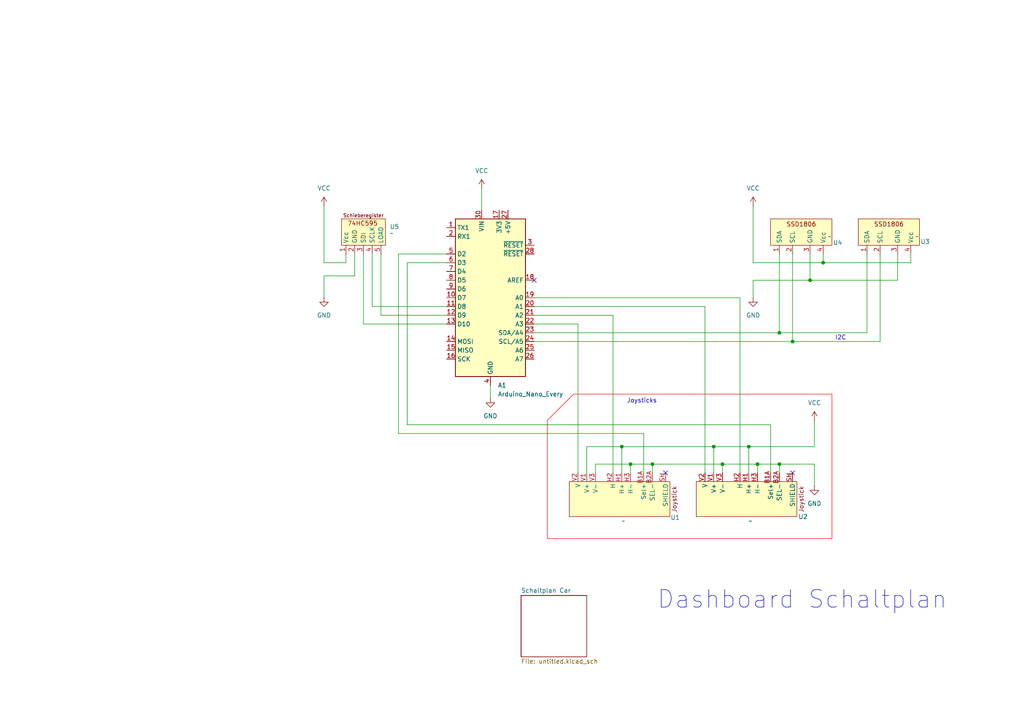
<source format=kicad_sch>
(kicad_sch (version 20250114) (generator "eeschema") (generator_version "9.0")
  (paper "A4")
  (lib_symbols
    (symbol "MCU_Module:Arduino_Nano_Every"
      (property "Reference" "A" (at -10.16 23.495 0))
      (property "Value" "Arduino_Nano_Every" (at 5.08 -24.13 0))
      (symbol "Arduino_Nano_Every_0_1"
        (rectangle (start -10.16 22.86) (end 10.16 -22.86) (stroke (width 0.254)) (fill (type background)))
      )
      (symbol "Arduino_Nano_Every_1_1"
        (pin bidirectional line (at -12.7 20.32 0) (length 2.54) (name "TX1") (number "1"))
        (pin bidirectional line (at -12.7 17.78 0) (length 2.54) (name "RX1") (number "2"))
        (pin bidirectional line (at -12.7 12.7 0) (length 2.54) (name "D2") (number "5"))
        (pin bidirectional line (at -12.7 10.16 0) (length 2.54) (name "D3") (number "6"))
        (pin bidirectional line (at -12.7 7.62 0) (length 2.54) (name "D4") (number "7"))
        (pin bidirectional line (at -12.7 5.08 0) (length 2.54) (name "D5") (number "8"))
        (pin bidirectional line (at -12.7 2.54 0) (length 2.54) (name "D6") (number "9"))
        (pin bidirectional line (at -12.7 0 0) (length 2.54) (name "D7") (number "10"))
        (pin bidirectional line (at -12.7 -2.54 0) (length 2.54) (name "D8") (number "11"))
        (pin bidirectional line (at -12.7 -5.08 0) (length 2.54) (name "D9") (number "12"))
        (pin bidirectional line (at -12.7 -7.62 0) (length 2.54) (name "D10") (number "13"))
        (pin bidirectional line (at -12.7 -12.7 0) (length 2.54) (name "MOSI") (number "14"))
        (pin bidirectional line (at -12.7 -15.24 0) (length 2.54) (name "MISO") (number "15"))
        (pin bidirectional line (at -12.7 -17.78 0) (length 2.54) (name "SCK") (number "16"))
        (pin power_in line (at -2.54 25.4 270) (length 2.54) (name "VIN") (number "30"))
        (pin passive line (at 0 -25.4 90) (length 2.54) (hide yes) (name "GND") (number "29"))
        (pin power_in line (at 0 -25.4 90) (length 2.54) (name "GND") (number "4"))
        (pin power_out line (at 2.54 25.4 270) (length 2.54) (name "3V3") (number "17"))
        (pin power_out line (at 5.08 25.4 270) (length 2.54) (name "+5V") (number "27"))
        (pin input line (at 12.7 15.24 180) (length 2.54) (name "~{RESET}") (number "3"))
        (pin input line (at 12.7 12.7 180) (length 2.54) (name "~{RESET}") (number "28"))
        (pin input line (at 12.7 5.08 180) (length 2.54) (name "AREF") (number "18"))
        (pin bidirectional line (at 12.7 0 180) (length 2.54) (name "A0") (number "19"))
        (pin bidirectional line (at 12.7 -2.54 180) (length 2.54) (name "A1") (number "20"))
        (pin bidirectional line (at 12.7 -5.08 180) (length 2.54) (name "A2") (number "21"))
        (pin bidirectional line (at 12.7 -7.62 180) (length 2.54) (name "A3") (number "22"))
        (pin bidirectional line (at 12.7 -10.16 180) (length 2.54) (name "SDA/A4") (number "23"))
        (pin bidirectional line (at 12.7 -12.7 180) (length 2.54) (name "SCL/A5") (number "24"))
        (pin bidirectional line (at 12.7 -15.24 180) (length 2.54) (name "A6") (number "25"))
        (pin bidirectional line (at 12.7 -17.78 180) (length 2.54) (name "A7") (number "26"))
      )
    )
    (symbol "SSD1806_1"
      (property "Reference" "U" (at 9.652 -3.048 0))
      (symbol "SSD1806_1_1_1"
        (rectangle (start -8.89 3.81) (end 8.89 -3.81) (fill (type background)))
        (text "SSD1806\n" (at 0 2.286 0) (effects (font (size 1.27 1.27))))
        (pin input line (at -6.35 -6.35 90) (length 2.54) (name "SDA") (number "1"))
        (pin input line (at -2.54 -6.35 90) (length 2.54) (name "SCL") (number "2"))
        (pin input line (at 2.54 -6.35 90) (length 2.54) (name "GND") (number "3"))
        (pin input line (at 6.35 -6.35 90) (length 2.54) (name "Vcc") (number "4"))
      )
    )
    (symbol "es_custom_symbols:74HC595"
      (property "Reference" "U" (at 7.112 -4.064 0))
      (symbol "74HC595_0_1"
        (rectangle (start 6.35 0) (end 6.35 0))
      )
      (symbol "74HC595_1_1"
        (rectangle (start -6.35 2.54) (end 6.35 -5.08) (fill (type background)))
        (text "74HC595" (at -0.254 1.27 0) (effects (font (size 1.27 1.27))))
        (text "Schieberegister" (at 0 3.556 0) (effects (font (size 1.016 1.016))))
        (pin input line (at -5.08 -7.62 90) (length 2.54) (name "Vcc") (number "1"))
        (pin input line (at -2.54 -7.62 90) (length 2.54) (name "GND") (number "2"))
        (pin input line (at 0 -7.62 90) (length 2.54) (name "SDI") (number "3"))
        (pin input line (at 2.54 -7.62 90) (length 2.54) (name "SCLK") (number "4"))
        (pin input line (at 5.08 -7.62 90) (length 2.54) (name "LOAD") (number "5"))
      )
    )
    (symbol "es_custom_symbols:Joystick"
      (property "Reference" "U" (at -3.048 7.366 0))
      (symbol "Joystick_1_1"
        (rectangle (start -3.81 6.35) (end 6.35 -22.86) (fill (type background)))
        (text "Joystick" (at 1.27 -24.13 0) (effects (font (size 1.27 1.27))))
        (pin output line (at -6.35 3.81 0) (length 2.54) (name "V") (number "V2"))
        (pin power_in line (at -6.35 1.27 0) (length 2.54) (name "V+") (number "V1"))
        (pin input line (at -6.35 -1.27 0) (length 2.54) (name "V-") (number "V3"))
        (pin output line (at -6.35 -6.35 0) (length 2.54) (name "H") (number "H2"))
        (pin power_in line (at -6.35 -8.89 0) (length 2.54) (name "H+") (number "H1"))
        (pin input line (at -6.35 -11.43 0) (length 2.54) (name "H-") (number "H3"))
        (pin input line (at -6.35 -15.24 0) (length 2.54) (name "Sel+") (number "B1A"))
        (pin input line (at -6.35 -17.78 0) (length 2.54) (name "SEL-") (number "B2A"))
        (pin input line (at -6.35 -21.59 0) (length 2.54) (name "SHIELD") (number "SH"))
      )
    )
    (symbol "es_custom_symbols:SSD1806"
      (property "Reference" "U" (at 9.652 -3.048 0))
      (symbol "SSD1806_1_1"
        (rectangle (start -8.89 3.81) (end 8.89 -3.81) (fill (type background)))
        (text "SSD1806\n" (at 0 2.286 0) (effects (font (size 1.27 1.27))))
        (pin input line (at -6.35 -6.35 90) (length 2.54) (name "SDA") (number "1"))
        (pin input line (at -2.54 -6.35 90) (length 2.54) (name "SCL") (number "2"))
        (pin input line (at 2.54 -6.35 90) (length 2.54) (name "GND") (number "3"))
        (pin input line (at 6.35 -6.35 90) (length 2.54) (name "Vcc") (number "4"))
      )
    )
    (symbol "power:GND" (power) (pin_numbers (hide yes)) (pin_names (offset 0) (hide yes))
      (property "Value" "GND" (at 0 -3.81 0))
      (symbol "GND_0_1"
        (polyline (pts (xy 0 0) (xy 0 -1.27) (xy 1.27 -1.27) (xy 0 -2.54) (xy -1.27 -1.27) (xy 0 -1.27)))
      )
      (symbol "GND_1_1"
        (pin power_in line (at 0 0 270) (length 0) (name "~") (number "1"))
      )
    )
    (symbol "power:VCC" (power) (pin_numbers (hide yes)) (pin_names (offset 0) (hide yes))
      (property "Value" "VCC" (at 0 3.556 0))
      (symbol "VCC_0_1"
        (polyline (pts (xy -0.762 1.27) (xy 0 2.54)))
        (polyline (pts (xy 0 2.54) (xy 0.762 1.27)))
        (polyline (pts (xy 0 0) (xy 0 2.54)))
      )
      (symbol "VCC_1_1"
        (pin power_in line (at 0 0 90) (length 0) (name "~") (number "1"))
      )
    )
  )
  (text "Joysticks" (at 186.182 116.332 0) (effects (font (size 1.27 1.27))))
  (text "I2C" (at 243.84 98.044 0) (effects (font (size 1.27 1.27))))
  (text "Dashboard Schaltplan\n" (at 232.664 173.99 0) (effects (font (size 5.08 5.08))))
  (junction (at 238.76 76.2))
  (junction (at 180.34 129.54))
  (junction (at 219.71 134.62))
  (junction (at 209.55 134.62))
  (junction (at 226.06 134.62))
  (junction (at 189.23 134.62))
  (junction (at 226.06 96.52))
  (junction (at 234.95 81.28))
  (junction (at 217.17 129.54))
  (junction (at 229.87 99.06))
  (junction (at 182.88 134.62))
  (junction (at 207.01 129.54))
  (no_connect (at 154.94 81.28))
  (no_connect (at 229.87 137.16))
  (no_connect (at 193.04 137.16))
  (wire (pts (xy 204.47 137.16) (xy 204.47 88.9)))
  (wire (pts (xy 236.22 134.62) (xy 226.06 134.62)))
  (wire (pts (xy 217.17 137.16) (xy 217.17 129.54)))
  (wire (pts (xy 209.55 134.62) (xy 189.23 134.62)))
  (wire (pts (xy 264.16 76.2) (xy 264.16 73.66)))
  (wire (pts (xy 167.64 137.16) (xy 167.64 93.98)))
  (wire (pts (xy 223.52 137.16) (xy 223.52 123.19)))
  (wire (pts (xy 226.06 96.52) (xy 251.46 96.52)))
  (wire (pts (xy 154.94 96.52) (xy 226.06 96.52)))
  (wire (pts (xy 229.87 99.06) (xy 255.27 99.06)))
  (wire (pts (xy 105.41 93.98) (xy 129.54 93.98)))
  (wire (pts (xy 177.8 91.44) (xy 154.94 91.44)))
  (wire (pts (xy 189.23 134.62) (xy 182.88 134.62)))
  (wire (pts (xy 139.7 54.61) (xy 139.7 60.96)))
  (wire (pts (xy 186.69 137.16) (xy 186.69 125.73)))
  (wire (pts (xy 107.95 88.9) (xy 129.54 88.9)))
  (wire (pts (xy 142.24 111.76) (xy 142.24 115.57)))
  (wire (pts (xy 219.71 134.62) (xy 209.55 134.62)))
  (wire (pts (xy 218.44 59.69) (xy 218.44 76.2)))
  (wire (pts (xy 226.06 73.66) (xy 226.06 96.52)))
  (wire (pts (xy 238.76 76.2) (xy 264.16 76.2)))
  (wire (pts (xy 218.44 81.28) (xy 234.95 81.28)))
  (wire (pts (xy 214.63 86.36) (xy 154.94 86.36)))
  (wire (pts (xy 182.88 134.62) (xy 182.88 137.16)))
  (wire (pts (xy 110.49 73.66) (xy 110.49 91.44)))
  (wire (pts (xy 229.87 73.66) (xy 229.87 99.06)))
  (wire (pts (xy 180.34 137.16) (xy 180.34 129.54)))
  (wire (pts (xy 204.47 88.9) (xy 154.94 88.9)))
  (wire (pts (xy 226.06 134.62) (xy 219.71 134.62)))
  (wire (pts (xy 226.06 137.16) (xy 226.06 134.62)))
  (wire (pts (xy 236.22 140.97) (xy 236.22 134.62)))
  (wire (pts (xy 154.94 99.06) (xy 229.87 99.06)))
  (wire (pts (xy 209.55 137.16) (xy 209.55 134.62)))
  (wire (pts (xy 100.33 73.66) (xy 100.33 76.2)))
  (wire (pts (xy 115.57 73.66) (xy 129.54 73.66)))
  (wire (pts (xy 214.63 137.16) (xy 214.63 86.36)))
  (wire (pts (xy 260.35 81.28) (xy 234.95 81.28)))
  (wire (pts (xy 118.11 123.19) (xy 118.11 76.2)))
  (wire (pts (xy 170.18 129.54) (xy 170.18 137.16)))
  (wire (pts (xy 105.41 73.66) (xy 105.41 93.98)))
  (wire (pts (xy 255.27 73.66) (xy 255.27 99.06)))
  (wire (pts (xy 234.95 73.66) (xy 234.95 81.28)))
  (wire (pts (xy 251.46 96.52) (xy 251.46 73.66)))
  (wire (pts (xy 107.95 73.66) (xy 107.95 88.9)))
  (wire (pts (xy 236.22 121.92) (xy 236.22 129.54)))
  (wire (pts (xy 118.11 76.2) (xy 129.54 76.2)))
  (wire (pts (xy 182.88 134.62) (xy 172.72 134.62)))
  (wire (pts (xy 260.35 73.66) (xy 260.35 81.28)))
  (wire (pts (xy 207.01 129.54) (xy 180.34 129.54)))
  (wire (pts (xy 189.23 137.16) (xy 189.23 134.62)))
  (wire (pts (xy 93.98 80.01) (xy 93.98 86.36)))
  (wire (pts (xy 207.01 137.16) (xy 207.01 129.54)))
  (wire (pts (xy 180.34 129.54) (xy 170.18 129.54)))
  (wire (pts (xy 167.64 93.98) (xy 154.94 93.98)))
  (wire (pts (xy 102.87 80.01) (xy 102.87 73.66)))
  (wire (pts (xy 217.17 129.54) (xy 207.01 129.54)))
  (wire (pts (xy 172.72 137.16) (xy 172.72 134.62)))
  (wire (pts (xy 218.44 76.2) (xy 238.76 76.2)))
  (wire (pts (xy 238.76 76.2) (xy 238.76 73.66)))
  (wire (pts (xy 219.71 137.16) (xy 219.71 134.62)))
  (wire (pts (xy 93.98 59.69) (xy 93.98 76.2)))
  (wire (pts (xy 236.22 129.54) (xy 217.17 129.54)))
  (wire (pts (xy 218.44 81.28) (xy 218.44 86.36)))
  (wire (pts (xy 186.69 125.73) (xy 115.57 125.73)))
  (wire (pts (xy 177.8 137.16) (xy 177.8 91.44)))
  (wire (pts (xy 115.57 125.73) (xy 115.57 73.66)))
  (wire (pts (xy 110.49 91.44) (xy 129.54 91.44)))
  (wire (pts (xy 93.98 76.2) (xy 100.33 76.2)))
  (wire (pts (xy 118.11 123.19) (xy 223.52 123.19)))
  (wire (pts (xy 93.98 80.01) (xy 102.87 80.01)))
  (rule_area (polyline (pts (xy 241.3 156.21) (xy 241.3 114.3) (xy 166.37 114.3) (xy 158.75 121.92) (xy 158.75 156.21))))
  (symbol (lib_id "power:VCC") (at 218.44 59.69 0) (unit 1)
    (property "Reference" "#PWR03" (effects (hide yes)))
    (property "Value" "VCC" (at 218.44 54.61 0))
    (property "Description" "Power symbol creates a global label with name \"VCC\"" (effects (hide yes)))
  )
  (symbol (lib_id "power:GND") (at 142.24 115.57 0) (unit 1)
    (property "Reference" "#PWR07" (effects (hide yes)))
    (property "Value" "GND" (at 142.24 120.65 0))
    (property "Description" "Power symbol creates a global label with name \"GND\" , ground" (effects (hide yes)))
  )
  (symbol (lib_id "MCU_Module:Arduino_Nano_Every") (at 142.24 86.36 0) (unit 1)
    (property "Reference" "A1" (at 144.3833 111.76 0) (effects (justify left)))
    (property "Value" "Arduino_Nano_Every" (at 144.3833 114.3 0) (effects (justify left)))
    (property "Footprint" "Module:Arduino_Nano" (effects (hide yes)))
    (property "Datasheet" "https://content.arduino.cc/assets/NANOEveryV3.0_sch.pdf" (effects (hide yes)))
    (property "Description" "Arduino Nano Every" (effects (hide yes)))
  )
  (symbol (lib_id "power:VCC") (at 139.7 54.61 0) (unit 1)
    (property "Reference" "#PWR08" (effects (hide yes)))
    (property "Value" "VCC" (at 139.7 49.53 0))
    (property "Description" "Power symbol creates a global label with name \"VCC\"" (effects (hide yes)))
  )
  (symbol (lib_id "es_custom_symbols:Joystick") (at 171.45 143.51 90) (mirror x) (unit 1)
    (property "Reference" "U1" (at 195.834 150.114 90))
    (property "Value" "~" (at 180.8508 151.13 90))
  )
  (symbol (lib_id "power:GND") (at 236.22 140.97 0) (unit 1)
    (property "Reference" "#PWR02" (effects (hide yes)))
    (property "Value" "GND" (at 236.22 146.05 0))
    (property "Description" "Power symbol creates a global label with name \"GND\" , ground" (effects (hide yes)))
  )
  (symbol (lib_id "power:GND") (at 93.98 86.36 0) (unit 1)
    (property "Reference" "#PWR04" (effects (hide yes)))
    (property "Value" "GND" (at 93.98 91.44 0))
    (property "Description" "Power symbol creates a global label with name \"GND\" , ground" (effects (hide yes)))
  )
  (symbol (lib_id "power:VCC") (at 236.22 121.92 0) (unit 1)
    (property "Reference" "#PWR06" (effects (hide yes)))
    (property "Value" "VCC" (at 236.22 116.84 0))
    (property "Description" "Power symbol creates a global label with name \"VCC\"" (effects (hide yes)))
  )
  (symbol (lib_id "power:GND") (at 218.44 86.36 0) (unit 1)
    (property "Reference" "#PWR01" (effects (hide yes)))
    (property "Value" "GND" (at 218.44 91.44 0))
    (property "Description" "Power symbol creates a global label with name \"GND\" , ground" (effects (hide yes)))
  )
  (symbol (lib_id "es_custom_symbols:SSD1806") (at 257.81 67.31 0) (unit 1)
    (property "Reference" "U3" (at 266.954 70.104 0) (effects (justify left)))
    (property "Value" "~" (at 265.43 68.58 0) (effects (justify left)))
  )
  (symbol (lib_name "SSD1806_1") (lib_id "es_custom_symbols:SSD1806") (at 232.41 67.31 0) (unit 1)
    (property "Reference" "U4" (at 241.554 70.358 0) (effects (justify left)))
    (property "Value" "~" (at 240.03 68.58 0) (effects (justify left)))
  )
  (symbol (lib_id "es_custom_symbols:74HC595") (at 105.41 66.04 0) (unit 1)
    (property "Reference" "U5" (at 113.03 65.7583 0) (effects (justify left)))
    (property "Value" "~" (at 113.03 67.6634 0) (effects (justify left)))
  )
  (symbol (lib_id "es_custom_symbols:Joystick") (at 208.28 143.51 90) (mirror x) (unit 1)
    (property "Reference" "U2" (at 232.918 149.86 90))
    (property "Value" "~" (at 217.6808 151.13 90))
  )
  (symbol (lib_id "power:VCC") (at 93.98 59.69 0) (unit 1)
    (property "Reference" "#PWR05" (effects (hide yes)))
    (property "Value" "VCC" (at 93.98 54.61 0))
    (property "Description" "Power symbol creates a global label with name \"VCC\"" (effects (hide yes)))
  )
  (sheet (at 151.13 172.72) (size 19.05 17.78) (stroke (width 0.1524))
    (property "Sheetname" "Schaltplan Car" (at 151.13 172.0084 0) (effects (justify left bottom)))
    (property "Sheetfile" "untitled.kicad_sch" (at 151.13 191.0846 0) (effects (justify left top)))
  )
)
</source>
